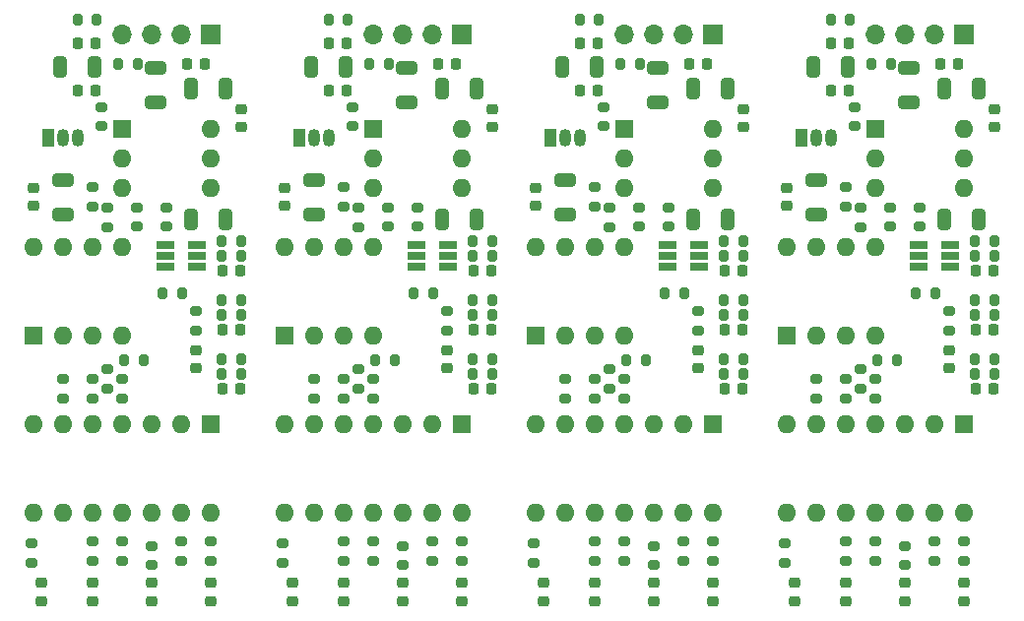
<source format=gbr>
%TF.GenerationSoftware,KiCad,Pcbnew,7.0.5*%
%TF.CreationDate,2025-02-11T02:47:10-05:00*%
%TF.ProjectId,ssr_load_switch,7373725f-6c6f-4616-945f-737769746368,rev?*%
%TF.SameCoordinates,Original*%
%TF.FileFunction,Soldermask,Top*%
%TF.FilePolarity,Negative*%
%FSLAX46Y46*%
G04 Gerber Fmt 4.6, Leading zero omitted, Abs format (unit mm)*
G04 Created by KiCad (PCBNEW 7.0.5) date 2025-02-11 02:47:10*
%MOMM*%
%LPD*%
G01*
G04 APERTURE LIST*
G04 Aperture macros list*
%AMRoundRect*
0 Rectangle with rounded corners*
0 $1 Rounding radius*
0 $2 $3 $4 $5 $6 $7 $8 $9 X,Y pos of 4 corners*
0 Add a 4 corners polygon primitive as box body*
4,1,4,$2,$3,$4,$5,$6,$7,$8,$9,$2,$3,0*
0 Add four circle primitives for the rounded corners*
1,1,$1+$1,$2,$3*
1,1,$1+$1,$4,$5*
1,1,$1+$1,$6,$7*
1,1,$1+$1,$8,$9*
0 Add four rect primitives between the rounded corners*
20,1,$1+$1,$2,$3,$4,$5,0*
20,1,$1+$1,$4,$5,$6,$7,0*
20,1,$1+$1,$6,$7,$8,$9,0*
20,1,$1+$1,$8,$9,$2,$3,0*%
G04 Aperture macros list end*
%ADD10RoundRect,0.218750X-0.218750X-0.256250X0.218750X-0.256250X0.218750X0.256250X-0.218750X0.256250X0*%
%ADD11RoundRect,0.218750X0.256250X-0.218750X0.256250X0.218750X-0.256250X0.218750X-0.256250X-0.218750X0*%
%ADD12RoundRect,0.200000X-0.275000X0.200000X-0.275000X-0.200000X0.275000X-0.200000X0.275000X0.200000X0*%
%ADD13RoundRect,0.200000X-0.200000X-0.275000X0.200000X-0.275000X0.200000X0.275000X-0.200000X0.275000X0*%
%ADD14RoundRect,0.200000X0.275000X-0.200000X0.275000X0.200000X-0.275000X0.200000X-0.275000X-0.200000X0*%
%ADD15RoundRect,0.200000X0.200000X0.275000X-0.200000X0.275000X-0.200000X-0.275000X0.200000X-0.275000X0*%
%ADD16R,1.600000X1.600000*%
%ADD17O,1.600000X1.600000*%
%ADD18R,1.560000X0.650000*%
%ADD19RoundRect,0.250000X-0.325000X-0.650000X0.325000X-0.650000X0.325000X0.650000X-0.325000X0.650000X0*%
%ADD20RoundRect,0.250000X0.650000X-0.325000X0.650000X0.325000X-0.650000X0.325000X-0.650000X-0.325000X0*%
%ADD21RoundRect,0.250000X-0.650000X0.325000X-0.650000X-0.325000X0.650000X-0.325000X0.650000X0.325000X0*%
%ADD22RoundRect,0.225000X0.225000X0.250000X-0.225000X0.250000X-0.225000X-0.250000X0.225000X-0.250000X0*%
%ADD23R,1.050000X1.500000*%
%ADD24O,1.050000X1.500000*%
%ADD25RoundRect,0.225000X-0.225000X-0.250000X0.225000X-0.250000X0.225000X0.250000X-0.225000X0.250000X0*%
%ADD26RoundRect,0.225000X0.250000X-0.225000X0.250000X0.225000X-0.250000X0.225000X-0.250000X-0.225000X0*%
%ADD27R,1.700000X1.700000*%
%ADD28O,1.700000X1.700000*%
%ADD29RoundRect,0.250000X0.325000X0.650000X-0.325000X0.650000X-0.325000X-0.650000X0.325000X-0.650000X0*%
G04 APERTURE END LIST*
D10*
%TO.C,D6*%
X32481574Y-47835000D03*
X34056574Y-47835000D03*
%TD*%
%TO.C,D7*%
X32481574Y-42755000D03*
X34056574Y-42755000D03*
%TD*%
%TO.C,D8*%
X32481574Y-37675000D03*
X34056574Y-37675000D03*
%TD*%
D11*
%TO.C,D4*%
X16899074Y-66097500D03*
X16899074Y-64522500D03*
%TD*%
%TO.C,D3*%
X21344074Y-66097500D03*
X21344074Y-64522500D03*
%TD*%
%TO.C,D2*%
X26424074Y-66097500D03*
X26424074Y-64522500D03*
%TD*%
%TO.C,D1*%
X31504074Y-66097500D03*
X31504074Y-64522500D03*
%TD*%
D12*
%TO.C,R26*%
X22614074Y-32265000D03*
X22614074Y-33915000D03*
%TD*%
D13*
%TO.C,R25*%
X32444074Y-36405000D03*
X34094074Y-36405000D03*
%TD*%
%TO.C,R22*%
X32444074Y-40215000D03*
X34094074Y-40215000D03*
%TD*%
%TO.C,R21*%
X32444074Y-46565000D03*
X34094074Y-46565000D03*
%TD*%
%TO.C,R20*%
X32444074Y-45295000D03*
X34094074Y-45295000D03*
%TD*%
D14*
%TO.C,R18*%
X16056495Y-62802832D03*
X16056495Y-61152832D03*
%TD*%
D12*
%TO.C,R10*%
X23884074Y-46985000D03*
X23884074Y-48635000D03*
%TD*%
D14*
%TO.C,R16*%
X26445287Y-63015648D03*
X26445287Y-61365648D03*
%TD*%
%TO.C,R15*%
X31504074Y-62605000D03*
X31504074Y-60955000D03*
%TD*%
D15*
%TO.C,R9*%
X21674074Y-16085000D03*
X20024074Y-16085000D03*
%TD*%
%TO.C,R4*%
X25727131Y-45356121D03*
X24077131Y-45356121D03*
%TD*%
%TO.C,R7*%
X25204074Y-19895000D03*
X23554074Y-19895000D03*
%TD*%
D14*
%TO.C,R13*%
X23884074Y-62605000D03*
X23884074Y-60955000D03*
%TD*%
%TO.C,R3*%
X21344074Y-32150000D03*
X21344074Y-30500000D03*
%TD*%
D11*
%TO.C,D5*%
X30234074Y-46082500D03*
X30234074Y-44507500D03*
%TD*%
D14*
%TO.C,R17*%
X21344074Y-62605000D03*
X21344074Y-60955000D03*
%TD*%
D13*
%TO.C,R23*%
X32444074Y-41485000D03*
X34094074Y-41485000D03*
%TD*%
%TO.C,R8*%
X27364074Y-39580000D03*
X29014074Y-39580000D03*
%TD*%
D12*
%TO.C,R6*%
X27694074Y-32240000D03*
X27694074Y-33890000D03*
%TD*%
D14*
%TO.C,R14*%
X28964074Y-62605000D03*
X28964074Y-60955000D03*
%TD*%
%TO.C,R11*%
X21344074Y-48635000D03*
X21344074Y-46985000D03*
%TD*%
D13*
%TO.C,R24*%
X32444074Y-35135000D03*
X34094074Y-35135000D03*
%TD*%
D12*
%TO.C,R5*%
X25154074Y-32240000D03*
X25154074Y-33890000D03*
%TD*%
D14*
%TO.C,R12*%
X18804074Y-48635000D03*
X18804074Y-46985000D03*
%TD*%
D12*
%TO.C,R19*%
X30234074Y-41155000D03*
X30234074Y-42805000D03*
%TD*%
%TO.C,R2*%
X22120306Y-23595149D03*
X22120306Y-25245149D03*
%TD*%
%TO.C,R1*%
X22584333Y-46174105D03*
X22584333Y-47824105D03*
%TD*%
D16*
%TO.C,U4*%
X31504074Y-50845000D03*
D17*
X28964074Y-50845000D03*
X26424074Y-50845000D03*
X23884074Y-50845000D03*
X21344074Y-50845000D03*
X18804074Y-50845000D03*
X16264074Y-50845000D03*
X16264074Y-58465000D03*
X18804074Y-58465000D03*
X21344074Y-58465000D03*
X23884074Y-58465000D03*
X26424074Y-58465000D03*
X28964074Y-58465000D03*
X31504074Y-58465000D03*
%TD*%
D16*
%TO.C,U2*%
X16274074Y-43225000D03*
D17*
X18814074Y-43225000D03*
X21354074Y-43225000D03*
X23894074Y-43225000D03*
X23894074Y-35605000D03*
X21354074Y-35605000D03*
X18814074Y-35605000D03*
X16274074Y-35605000D03*
%TD*%
D18*
%TO.C,U3*%
X30314074Y-37355000D03*
X30314074Y-36405000D03*
X30314074Y-35455000D03*
X27614074Y-35455000D03*
X27614074Y-36405000D03*
X27614074Y-37355000D03*
%TD*%
D16*
%TO.C,U1*%
X23884074Y-25445000D03*
D17*
X23884074Y-27985000D03*
X23884074Y-30525000D03*
X31504074Y-30525000D03*
X31504074Y-27985000D03*
X31504074Y-25445000D03*
%TD*%
D19*
%TO.C,R8_1206*%
X29795326Y-33227259D03*
X32745326Y-33227259D03*
%TD*%
D20*
%TO.C,R4_1206*%
X18804074Y-32800000D03*
X18804074Y-29850000D03*
%TD*%
D21*
%TO.C,R1_1206*%
X26726982Y-20258581D03*
X26726982Y-23208581D03*
%TD*%
D19*
%TO.C,C4_1206*%
X29776969Y-22027440D03*
X32726969Y-22027440D03*
%TD*%
D22*
%TO.C,C1*%
X21589900Y-18072861D03*
X20039900Y-18072861D03*
%TD*%
D23*
%TO.C,Q1*%
X17534074Y-26245000D03*
D24*
X18804074Y-26245000D03*
X20074074Y-26245000D03*
%TD*%
D25*
%TO.C,D10*%
X29459074Y-19895000D03*
X31009074Y-19895000D03*
%TD*%
D26*
%TO.C,C3*%
X34077877Y-25333617D03*
X34077877Y-23783617D03*
%TD*%
D27*
%TO.C,J1*%
X31504074Y-17355000D03*
D28*
X28964074Y-17355000D03*
X26424074Y-17355000D03*
X23884074Y-17355000D03*
%TD*%
D22*
%TO.C,D9*%
X21593554Y-22148882D03*
X20043554Y-22148882D03*
%TD*%
D26*
%TO.C,C2*%
X16264074Y-32100000D03*
X16264074Y-30550000D03*
%TD*%
D29*
%TO.C,C5_1206*%
X21485570Y-20143884D03*
X18535570Y-20143884D03*
%TD*%
D10*
%TO.C,D6*%
X54071574Y-47835000D03*
X55646574Y-47835000D03*
%TD*%
%TO.C,D7*%
X54071574Y-42755000D03*
X55646574Y-42755000D03*
%TD*%
%TO.C,D8*%
X54071574Y-37675000D03*
X55646574Y-37675000D03*
%TD*%
D11*
%TO.C,D4*%
X38489074Y-66097500D03*
X38489074Y-64522500D03*
%TD*%
%TO.C,D3*%
X42934074Y-66097500D03*
X42934074Y-64522500D03*
%TD*%
%TO.C,D2*%
X48014074Y-66097500D03*
X48014074Y-64522500D03*
%TD*%
%TO.C,D1*%
X53094074Y-66097500D03*
X53094074Y-64522500D03*
%TD*%
D12*
%TO.C,R26*%
X44204074Y-32265000D03*
X44204074Y-33915000D03*
%TD*%
D13*
%TO.C,R25*%
X54034074Y-36405000D03*
X55684074Y-36405000D03*
%TD*%
%TO.C,R22*%
X54034074Y-40215000D03*
X55684074Y-40215000D03*
%TD*%
%TO.C,R21*%
X54034074Y-46565000D03*
X55684074Y-46565000D03*
%TD*%
%TO.C,R20*%
X54034074Y-45295000D03*
X55684074Y-45295000D03*
%TD*%
D14*
%TO.C,R18*%
X37646495Y-62802832D03*
X37646495Y-61152832D03*
%TD*%
D12*
%TO.C,R10*%
X45474074Y-46985000D03*
X45474074Y-48635000D03*
%TD*%
D14*
%TO.C,R16*%
X48035287Y-63015648D03*
X48035287Y-61365648D03*
%TD*%
%TO.C,R15*%
X53094074Y-62605000D03*
X53094074Y-60955000D03*
%TD*%
D15*
%TO.C,R9*%
X43264074Y-16085000D03*
X41614074Y-16085000D03*
%TD*%
%TO.C,R4*%
X47317131Y-45356121D03*
X45667131Y-45356121D03*
%TD*%
%TO.C,R7*%
X46794074Y-19895000D03*
X45144074Y-19895000D03*
%TD*%
D14*
%TO.C,R13*%
X45474074Y-62605000D03*
X45474074Y-60955000D03*
%TD*%
%TO.C,R3*%
X42934074Y-32150000D03*
X42934074Y-30500000D03*
%TD*%
D11*
%TO.C,D5*%
X51824074Y-46082500D03*
X51824074Y-44507500D03*
%TD*%
D14*
%TO.C,R17*%
X42934074Y-62605000D03*
X42934074Y-60955000D03*
%TD*%
D13*
%TO.C,R23*%
X54034074Y-41485000D03*
X55684074Y-41485000D03*
%TD*%
%TO.C,R8*%
X48954074Y-39580000D03*
X50604074Y-39580000D03*
%TD*%
D12*
%TO.C,R6*%
X49284074Y-32240000D03*
X49284074Y-33890000D03*
%TD*%
D14*
%TO.C,R14*%
X50554074Y-62605000D03*
X50554074Y-60955000D03*
%TD*%
%TO.C,R11*%
X42934074Y-48635000D03*
X42934074Y-46985000D03*
%TD*%
D13*
%TO.C,R24*%
X54034074Y-35135000D03*
X55684074Y-35135000D03*
%TD*%
D12*
%TO.C,R5*%
X46744074Y-32240000D03*
X46744074Y-33890000D03*
%TD*%
D14*
%TO.C,R12*%
X40394074Y-48635000D03*
X40394074Y-46985000D03*
%TD*%
D12*
%TO.C,R19*%
X51824074Y-41155000D03*
X51824074Y-42805000D03*
%TD*%
%TO.C,R2*%
X43710306Y-23595149D03*
X43710306Y-25245149D03*
%TD*%
%TO.C,R1*%
X44174333Y-46174105D03*
X44174333Y-47824105D03*
%TD*%
D16*
%TO.C,U4*%
X53094074Y-50845000D03*
D17*
X50554074Y-50845000D03*
X48014074Y-50845000D03*
X45474074Y-50845000D03*
X42934074Y-50845000D03*
X40394074Y-50845000D03*
X37854074Y-50845000D03*
X37854074Y-58465000D03*
X40394074Y-58465000D03*
X42934074Y-58465000D03*
X45474074Y-58465000D03*
X48014074Y-58465000D03*
X50554074Y-58465000D03*
X53094074Y-58465000D03*
%TD*%
D16*
%TO.C,U2*%
X37864074Y-43225000D03*
D17*
X40404074Y-43225000D03*
X42944074Y-43225000D03*
X45484074Y-43225000D03*
X45484074Y-35605000D03*
X42944074Y-35605000D03*
X40404074Y-35605000D03*
X37864074Y-35605000D03*
%TD*%
D18*
%TO.C,U3*%
X51904074Y-37355000D03*
X51904074Y-36405000D03*
X51904074Y-35455000D03*
X49204074Y-35455000D03*
X49204074Y-36405000D03*
X49204074Y-37355000D03*
%TD*%
D16*
%TO.C,U1*%
X45474074Y-25445000D03*
D17*
X45474074Y-27985000D03*
X45474074Y-30525000D03*
X53094074Y-30525000D03*
X53094074Y-27985000D03*
X53094074Y-25445000D03*
%TD*%
D19*
%TO.C,R8_1206*%
X51385326Y-33227259D03*
X54335326Y-33227259D03*
%TD*%
D20*
%TO.C,R4_1206*%
X40394074Y-32800000D03*
X40394074Y-29850000D03*
%TD*%
D21*
%TO.C,R1_1206*%
X48316982Y-20258581D03*
X48316982Y-23208581D03*
%TD*%
D19*
%TO.C,C4_1206*%
X51366969Y-22027440D03*
X54316969Y-22027440D03*
%TD*%
D22*
%TO.C,C1*%
X43179900Y-18072861D03*
X41629900Y-18072861D03*
%TD*%
D23*
%TO.C,Q1*%
X39124074Y-26245000D03*
D24*
X40394074Y-26245000D03*
X41664074Y-26245000D03*
%TD*%
D25*
%TO.C,D10*%
X51049074Y-19895000D03*
X52599074Y-19895000D03*
%TD*%
D26*
%TO.C,C3*%
X55667877Y-25333617D03*
X55667877Y-23783617D03*
%TD*%
D27*
%TO.C,J1*%
X53094074Y-17355000D03*
D28*
X50554074Y-17355000D03*
X48014074Y-17355000D03*
X45474074Y-17355000D03*
%TD*%
D22*
%TO.C,D9*%
X43183554Y-22148882D03*
X41633554Y-22148882D03*
%TD*%
D26*
%TO.C,C2*%
X37854074Y-32100000D03*
X37854074Y-30550000D03*
%TD*%
D29*
%TO.C,C5_1206*%
X43075570Y-20143884D03*
X40125570Y-20143884D03*
%TD*%
D10*
%TO.C,D6*%
X75661574Y-47835000D03*
X77236574Y-47835000D03*
%TD*%
%TO.C,D7*%
X75661574Y-42755000D03*
X77236574Y-42755000D03*
%TD*%
%TO.C,D8*%
X75661574Y-37675000D03*
X77236574Y-37675000D03*
%TD*%
D11*
%TO.C,D4*%
X60079074Y-66097500D03*
X60079074Y-64522500D03*
%TD*%
%TO.C,D3*%
X64524074Y-66097500D03*
X64524074Y-64522500D03*
%TD*%
%TO.C,D2*%
X69604074Y-66097500D03*
X69604074Y-64522500D03*
%TD*%
%TO.C,D1*%
X74684074Y-66097500D03*
X74684074Y-64522500D03*
%TD*%
D12*
%TO.C,R26*%
X65794074Y-32265000D03*
X65794074Y-33915000D03*
%TD*%
D13*
%TO.C,R25*%
X75624074Y-36405000D03*
X77274074Y-36405000D03*
%TD*%
%TO.C,R22*%
X75624074Y-40215000D03*
X77274074Y-40215000D03*
%TD*%
%TO.C,R21*%
X75624074Y-46565000D03*
X77274074Y-46565000D03*
%TD*%
%TO.C,R20*%
X75624074Y-45295000D03*
X77274074Y-45295000D03*
%TD*%
D14*
%TO.C,R18*%
X59236495Y-62802832D03*
X59236495Y-61152832D03*
%TD*%
D12*
%TO.C,R10*%
X67064074Y-46985000D03*
X67064074Y-48635000D03*
%TD*%
D14*
%TO.C,R16*%
X69625287Y-63015648D03*
X69625287Y-61365648D03*
%TD*%
%TO.C,R15*%
X74684074Y-62605000D03*
X74684074Y-60955000D03*
%TD*%
D15*
%TO.C,R9*%
X64854074Y-16085000D03*
X63204074Y-16085000D03*
%TD*%
%TO.C,R4*%
X68907131Y-45356121D03*
X67257131Y-45356121D03*
%TD*%
%TO.C,R7*%
X68384074Y-19895000D03*
X66734074Y-19895000D03*
%TD*%
D14*
%TO.C,R13*%
X67064074Y-62605000D03*
X67064074Y-60955000D03*
%TD*%
%TO.C,R3*%
X64524074Y-32150000D03*
X64524074Y-30500000D03*
%TD*%
D11*
%TO.C,D5*%
X73414074Y-46082500D03*
X73414074Y-44507500D03*
%TD*%
D14*
%TO.C,R17*%
X64524074Y-62605000D03*
X64524074Y-60955000D03*
%TD*%
D13*
%TO.C,R23*%
X75624074Y-41485000D03*
X77274074Y-41485000D03*
%TD*%
%TO.C,R8*%
X70544074Y-39580000D03*
X72194074Y-39580000D03*
%TD*%
D12*
%TO.C,R6*%
X70874074Y-32240000D03*
X70874074Y-33890000D03*
%TD*%
D14*
%TO.C,R14*%
X72144074Y-62605000D03*
X72144074Y-60955000D03*
%TD*%
%TO.C,R11*%
X64524074Y-48635000D03*
X64524074Y-46985000D03*
%TD*%
D13*
%TO.C,R24*%
X75624074Y-35135000D03*
X77274074Y-35135000D03*
%TD*%
D12*
%TO.C,R5*%
X68334074Y-32240000D03*
X68334074Y-33890000D03*
%TD*%
D14*
%TO.C,R12*%
X61984074Y-48635000D03*
X61984074Y-46985000D03*
%TD*%
D12*
%TO.C,R19*%
X73414074Y-41155000D03*
X73414074Y-42805000D03*
%TD*%
%TO.C,R2*%
X65300306Y-23595149D03*
X65300306Y-25245149D03*
%TD*%
%TO.C,R1*%
X65764333Y-46174105D03*
X65764333Y-47824105D03*
%TD*%
D16*
%TO.C,U4*%
X74684074Y-50845000D03*
D17*
X72144074Y-50845000D03*
X69604074Y-50845000D03*
X67064074Y-50845000D03*
X64524074Y-50845000D03*
X61984074Y-50845000D03*
X59444074Y-50845000D03*
X59444074Y-58465000D03*
X61984074Y-58465000D03*
X64524074Y-58465000D03*
X67064074Y-58465000D03*
X69604074Y-58465000D03*
X72144074Y-58465000D03*
X74684074Y-58465000D03*
%TD*%
D16*
%TO.C,U2*%
X59454074Y-43225000D03*
D17*
X61994074Y-43225000D03*
X64534074Y-43225000D03*
X67074074Y-43225000D03*
X67074074Y-35605000D03*
X64534074Y-35605000D03*
X61994074Y-35605000D03*
X59454074Y-35605000D03*
%TD*%
D18*
%TO.C,U3*%
X73494074Y-37355000D03*
X73494074Y-36405000D03*
X73494074Y-35455000D03*
X70794074Y-35455000D03*
X70794074Y-36405000D03*
X70794074Y-37355000D03*
%TD*%
D16*
%TO.C,U1*%
X67064074Y-25445000D03*
D17*
X67064074Y-27985000D03*
X67064074Y-30525000D03*
X74684074Y-30525000D03*
X74684074Y-27985000D03*
X74684074Y-25445000D03*
%TD*%
D19*
%TO.C,R8_1206*%
X72975326Y-33227259D03*
X75925326Y-33227259D03*
%TD*%
D20*
%TO.C,R4_1206*%
X61984074Y-32800000D03*
X61984074Y-29850000D03*
%TD*%
D21*
%TO.C,R1_1206*%
X69906982Y-20258581D03*
X69906982Y-23208581D03*
%TD*%
D19*
%TO.C,C4_1206*%
X72956969Y-22027440D03*
X75906969Y-22027440D03*
%TD*%
D22*
%TO.C,C1*%
X64769900Y-18072861D03*
X63219900Y-18072861D03*
%TD*%
D23*
%TO.C,Q1*%
X60714074Y-26245000D03*
D24*
X61984074Y-26245000D03*
X63254074Y-26245000D03*
%TD*%
D25*
%TO.C,D10*%
X72639074Y-19895000D03*
X74189074Y-19895000D03*
%TD*%
D26*
%TO.C,C3*%
X77257877Y-25333617D03*
X77257877Y-23783617D03*
%TD*%
D27*
%TO.C,J1*%
X74684074Y-17355000D03*
D28*
X72144074Y-17355000D03*
X69604074Y-17355000D03*
X67064074Y-17355000D03*
%TD*%
D22*
%TO.C,D9*%
X64773554Y-22148882D03*
X63223554Y-22148882D03*
%TD*%
D26*
%TO.C,C2*%
X59444074Y-32100000D03*
X59444074Y-30550000D03*
%TD*%
D29*
%TO.C,C5_1206*%
X64665570Y-20143884D03*
X61715570Y-20143884D03*
%TD*%
D10*
%TO.C,D8*%
X97251574Y-37675000D03*
X98826574Y-37675000D03*
%TD*%
%TO.C,D7*%
X97251574Y-42755000D03*
X98826574Y-42755000D03*
%TD*%
%TO.C,D6*%
X97251574Y-47835000D03*
X98826574Y-47835000D03*
%TD*%
D11*
%TO.C,D5*%
X95004074Y-46082500D03*
X95004074Y-44507500D03*
%TD*%
%TO.C,D4*%
X81669074Y-66097500D03*
X81669074Y-64522500D03*
%TD*%
%TO.C,D3*%
X86114074Y-66097500D03*
X86114074Y-64522500D03*
%TD*%
%TO.C,D2*%
X91194074Y-66097500D03*
X91194074Y-64522500D03*
%TD*%
%TO.C,D1*%
X96274074Y-66097500D03*
X96274074Y-64522500D03*
%TD*%
D12*
%TO.C,R26*%
X87384074Y-32265000D03*
X87384074Y-33915000D03*
%TD*%
D13*
%TO.C,R25*%
X97214074Y-36405000D03*
X98864074Y-36405000D03*
%TD*%
%TO.C,R24*%
X97214074Y-35135000D03*
X98864074Y-35135000D03*
%TD*%
%TO.C,R23*%
X97214074Y-41485000D03*
X98864074Y-41485000D03*
%TD*%
%TO.C,R22*%
X97214074Y-40215000D03*
X98864074Y-40215000D03*
%TD*%
%TO.C,R21*%
X97214074Y-46565000D03*
X98864074Y-46565000D03*
%TD*%
%TO.C,R20*%
X97214074Y-45295000D03*
X98864074Y-45295000D03*
%TD*%
D12*
%TO.C,R19*%
X95004074Y-41155000D03*
X95004074Y-42805000D03*
%TD*%
D14*
%TO.C,R18*%
X80826495Y-62802832D03*
X80826495Y-61152832D03*
%TD*%
%TO.C,R17*%
X86114074Y-62605000D03*
X86114074Y-60955000D03*
%TD*%
%TO.C,R16*%
X91215287Y-63015648D03*
X91215287Y-61365648D03*
%TD*%
%TO.C,R15*%
X96274074Y-62605000D03*
X96274074Y-60955000D03*
%TD*%
%TO.C,R14*%
X93734074Y-62605000D03*
X93734074Y-60955000D03*
%TD*%
%TO.C,R13*%
X88654074Y-62605000D03*
X88654074Y-60955000D03*
%TD*%
%TO.C,R12*%
X83574074Y-48635000D03*
X83574074Y-46985000D03*
%TD*%
%TO.C,R11*%
X86114074Y-48635000D03*
X86114074Y-46985000D03*
%TD*%
D12*
%TO.C,R10*%
X88654074Y-46985000D03*
X88654074Y-48635000D03*
%TD*%
D15*
%TO.C,R9*%
X86444074Y-16085000D03*
X84794074Y-16085000D03*
%TD*%
D13*
%TO.C,R8*%
X92134074Y-39580000D03*
X93784074Y-39580000D03*
%TD*%
D15*
%TO.C,R7*%
X89974074Y-19895000D03*
X88324074Y-19895000D03*
%TD*%
D12*
%TO.C,R6*%
X92464074Y-32240000D03*
X92464074Y-33890000D03*
%TD*%
%TO.C,R5*%
X89924074Y-32240000D03*
X89924074Y-33890000D03*
%TD*%
D15*
%TO.C,R4*%
X90497131Y-45356121D03*
X88847131Y-45356121D03*
%TD*%
D14*
%TO.C,R3*%
X86114074Y-32150000D03*
X86114074Y-30500000D03*
%TD*%
D12*
%TO.C,R2*%
X86890306Y-23595149D03*
X86890306Y-25245149D03*
%TD*%
%TO.C,R1*%
X87354333Y-46174105D03*
X87354333Y-47824105D03*
%TD*%
D22*
%TO.C,D9*%
X86363554Y-22148882D03*
X84813554Y-22148882D03*
%TD*%
D16*
%TO.C,U4*%
X96274074Y-50845000D03*
D17*
X93734074Y-50845000D03*
X91194074Y-50845000D03*
X88654074Y-50845000D03*
X86114074Y-50845000D03*
X83574074Y-50845000D03*
X81034074Y-50845000D03*
X81034074Y-58465000D03*
X83574074Y-58465000D03*
X86114074Y-58465000D03*
X88654074Y-58465000D03*
X91194074Y-58465000D03*
X93734074Y-58465000D03*
X96274074Y-58465000D03*
%TD*%
D18*
%TO.C,U3*%
X92384074Y-37355000D03*
X92384074Y-36405000D03*
X92384074Y-35455000D03*
X95084074Y-35455000D03*
X95084074Y-36405000D03*
X95084074Y-37355000D03*
%TD*%
D16*
%TO.C,U2*%
X81044074Y-43225000D03*
D17*
X83584074Y-43225000D03*
X86124074Y-43225000D03*
X88664074Y-43225000D03*
X88664074Y-35605000D03*
X86124074Y-35605000D03*
X83584074Y-35605000D03*
X81044074Y-35605000D03*
%TD*%
D16*
%TO.C,U1*%
X88654074Y-25445000D03*
D17*
X88654074Y-27985000D03*
X88654074Y-30525000D03*
X96274074Y-30525000D03*
X96274074Y-27985000D03*
X96274074Y-25445000D03*
%TD*%
D19*
%TO.C,R8_1206*%
X94565326Y-33227259D03*
X97515326Y-33227259D03*
%TD*%
D20*
%TO.C,R4_1206*%
X83574074Y-32800000D03*
X83574074Y-29850000D03*
%TD*%
D21*
%TO.C,R1_1206*%
X91496982Y-20258581D03*
X91496982Y-23208581D03*
%TD*%
D23*
%TO.C,Q1*%
X82304074Y-26245000D03*
D24*
X83574074Y-26245000D03*
X84844074Y-26245000D03*
%TD*%
D27*
%TO.C,J1*%
X96274074Y-17355000D03*
D28*
X93734074Y-17355000D03*
X91194074Y-17355000D03*
X88654074Y-17355000D03*
%TD*%
D25*
%TO.C,D10*%
X94229074Y-19895000D03*
X95779074Y-19895000D03*
%TD*%
D29*
%TO.C,C5_1206*%
X86255570Y-20143884D03*
X83305570Y-20143884D03*
%TD*%
D19*
%TO.C,C4_1206*%
X94546969Y-22027440D03*
X97496969Y-22027440D03*
%TD*%
D26*
%TO.C,C3*%
X98847877Y-25333617D03*
X98847877Y-23783617D03*
%TD*%
%TO.C,C2*%
X81034074Y-32100000D03*
X81034074Y-30550000D03*
%TD*%
D22*
%TO.C,C1*%
X86359900Y-18072861D03*
X84809900Y-18072861D03*
%TD*%
M02*

</source>
